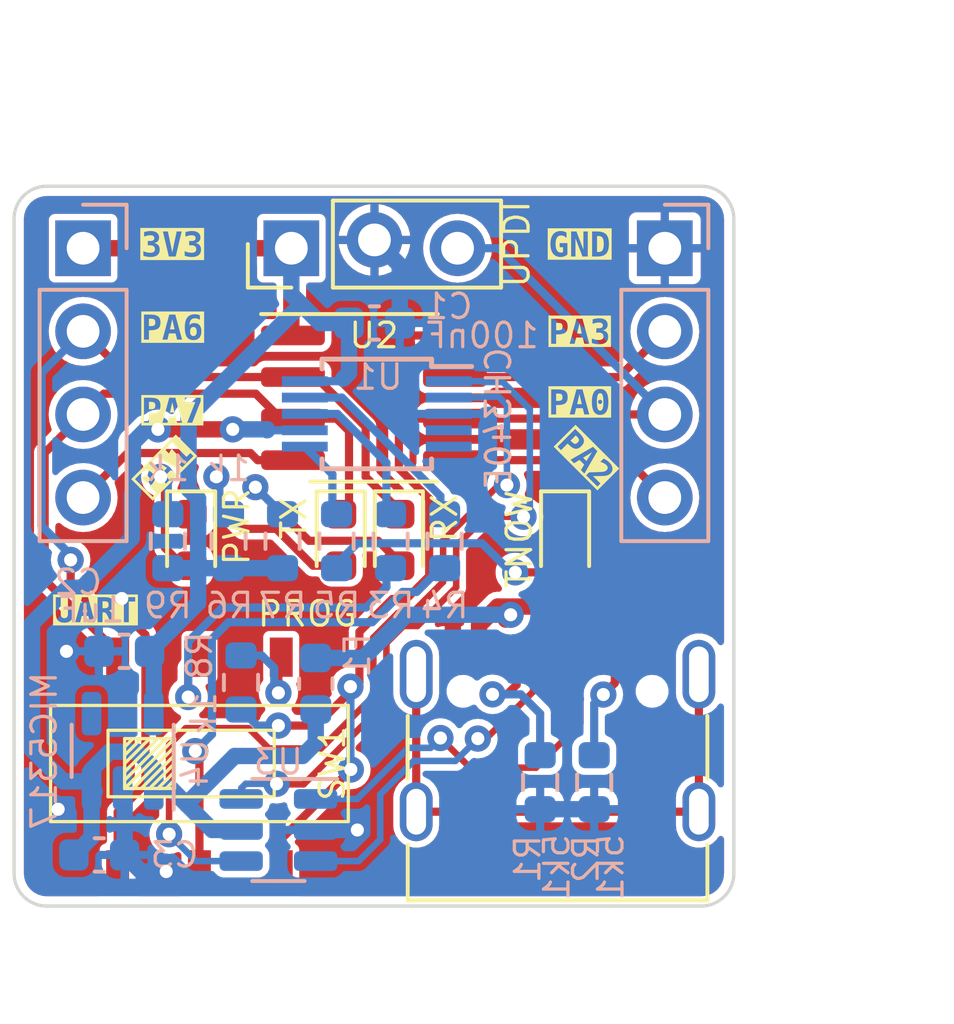
<source format=kicad_pcb>
(kicad_pcb (version 20221018) (generator pcbnew)
  (title_block (title "ATTiny412 Breakout") (date "2024-07-11") (rev "1.0"))
  (layers (0 "F.Cu" signal) (31 "B.Cu" signal) (34 "B.Paste" user) (35 "F.Paste" user) (36 "B.SilkS" user "B.Silkscreen") (37 "F.SilkS" user "F.Silkscreen") (38 "B.Mask" user) (39 "F.Mask" user) (44 "Edge.Cuts" user))
  (net 0 "")
  (net 1 "+3V3")
  (net 2 "GND")
  (net 3 "VBUS")
  (net 4 "Net-(D1-A)")
  (net 5 "Net-(D2-A)")
  (net 6 "TXO")
  (net 7 "Net-(D3-A)")
  (net 8 "RXI")
  (net 9 "Net-(D4-A)")
  (net 10 "Net-(F1-Pad1)")
  (net 11 "Net-(J1-CC1)")
  (net 12 "D+")
  (net 13 "D-")
  (net 15 "Net-(J1-CC2)")
  (net 17 "GND1")
  (net 18 "PA1")
  (net 19 "PA3")
  (net 20 "UPDI")
  (net 21 "PA2")
  (net 22 "Net-(U1-TXD)")
  (net 23 "Net-(SW1A-B)")
  (net 24 "Net-(SW1B-B)")
  (net 25 "Net-(U1-RXD)")
  (net 26 "Net-(U1-TNOW)")
  (net 27 "Net-(SW1A-C)")
  (net 28 "UD+")
  (net 29 "UD-")
  (footprint "ELonginus:SMD DPDT Toggle SS-3235S-L1" (layer "F.Cu") (at 143.256 107.696)
    (fp_text reference "SW1" (at 4.064 0 90 unlocked) (layer "F.SilkS") (effects (font (size 0.75 0.75) (thickness 0.1) bold)))
    (fp_text value "PROG" (at 3.302 -4.572 unlocked) (layer "F.SilkS" knockout) (effects (font (size 0.75 0.75) (thickness 0.1) bold)))
    (pad "1" smd rect (at -2.5 -3.25) (size 0.7 1.2) (layers "F.Cu" "F.Paste" "F.Mask") (net 8 "RXI"))
    (pad "2" smd rect (at 0 -3.25) (size 0.7 1.2) (layers "F.Cu" "F.Paste" "F.Mask") (net 23 "Net-(SW1A-B)"))
    (pad "3" smd rect (at 2.5 -3.25) (size 0.7 1.2) (layers "F.Cu" "F.Paste" "F.Mask") (net 27 "Net-(SW1A-C)"))
    (pad "4" smd rect (at -2.5 3.25) (size 0.7 1.2) (layers "F.Cu" "F.Paste" "F.Mask") (net 6 "TXO"))
    (pad "5" smd rect (at 0 3.25) (size 0.7 1.2) (layers "F.Cu" "F.Paste" "F.Mask") (net 24 "Net-(SW1B-B)"))
    (pad "6" smd rect (at 2.5 3.25) (size 0.7 1.2) (layers "F.Cu" "F.Paste" "F.Mask") (net 20 "UPDI"))
  )
  (footprint "LED_SMD:LED_0603_1608Metric" (layer "F.Cu") (at 149.352 100.8635 -90)
    (fp_text reference "D3" hide)
    (fp_text value "RX" (at -0.6605 -1.397 90) (layer "F.SilkS" knockout) (effects (font (size 0.75 0.75) (thickness 0.1) bold)))
    (pad "1" smd roundrect (at -0.7875 0 270) (size 0.875 0.95) (layers "F.Cu" "F.Paste" "F.Mask") (net 6 "TXO"))
    (pad "2" smd roundrect (at 0.7875 0 270) (size 0.875 0.95) (layers "F.Cu" "F.Paste" "F.Mask") (net 7 "Net-(D3-A)"))
  )
  (footprint "LED_SMD:LED_0603_1608Metric" (layer "F.Cu") (at 154.432 100.8635 -90)
    (fp_text reference "D2" hide)
    (fp_text value "TNOW" (at -0.0255 1.397 90) (layer "F.SilkS" knockout) (effects (font (size 0.75 0.75) (thickness 0.1) bold)))
    (pad "1" smd roundrect (at -0.7875 0 270) (size 0.875 0.95) (layers "F.Cu" "F.Paste" "F.Mask") (net 2 "GND"))
    (pad "2" smd roundrect (at 0.7875 0 270) (size 0.875 0.95) (layers "F.Cu" "F.Paste" "F.Mask") (net 5 "Net-(D2-A)"))
  )
  (footprint "LED_SMD:LED_0603_1608Metric" (layer "F.Cu") (at 147.574 100.8635 -90)
    (fp_text reference "D4" hide)
    (fp_text value " TX " (at -0.6605 1.43 90) (layer "F.SilkS" knockout) (effects (font (size 0.75 0.75) (thickness 0.1) bold)))
    (pad "1" smd roundrect (at -0.7875 0 270) (size 0.875 0.95) (layers "F.Cu" "F.Paste" "F.Mask") (net 8 "RXI"))
    (pad "2" smd roundrect (at 0.7875 0 270) (size 0.875 0.95) (layers "F.Cu" "F.Paste" "F.Mask") (net 9 "Net-(D4-A)"))
  )
  (footprint "ELonginus:1x3_2.54mm_pin_staggered" (layer "F.Cu") (at 146.065 91.821 90)
    (fp_text reference "J4" hide)
    (fp_text value "UPDI" (at 0 6.8938 90) (layer "F.SilkS" knockout) (effects (font (size 0.75 0.75) (thickness 0.1) bold)))
    (pad "1" thru_hole rect (at -0.127 0 90) (size 1.7 1.7) (drill 1) (layers "*.Cu" "*.Mask") (net 1 "+3V3"))
    (pad "2" thru_hole oval (at 0.127 2.54 90) (size 1.7 1.7) (drill 1) (layers "*.Cu" "*.Mask") (net 2 "GND"))
    (pad "3" thru_hole oval (at -0.127 5.08 90) (size 1.7 1.7) (drill 1) (layers "*.Cu" "*.Mask") (net 20 "UPDI"))
  )
  (footprint "Package_SO:SOIC-8_3.9x4.9mm_P1.27mm" (layer "F.Cu") (at 148.59 96.52)
    (fp_text reference "U2" (at 0 -1.905) (layer "F.SilkS") (effects (font (size 0.75 0.75) (thickness 0.1) bold)))
    (fp_text value "ATtiny412-SS" hide)
    (pad "1" smd roundrect (at -2.475 -1.905) (size 1.95 0.6) (layers "F.Cu" "F.Paste" "F.Mask") (net 1 "+3V3"))
    (pad "2" smd roundrect (at -2.475 -0.635) (size 1.95 0.6) (layers "F.Cu" "F.Paste" "F.Mask") (net 6 "TXO"))
    (pad "3" smd roundrect (at -2.475 0.635) (size 1.95 0.6) (layers "F.Cu" "F.Paste" "F.Mask") (net 8 "RXI"))
    (pad "4" smd roundrect (at -2.475 1.905) (size 1.95 0.6) (layers "F.Cu" "F.Paste" "F.Mask") (net 18 "PA1"))
    (pad "5" smd roundrect (at 2.475 1.905) (size 1.95 0.6) (layers "F.Cu" "F.Paste" "F.Mask") (net 21 "PA2"))
    (pad "6" smd roundrect (at 2.475 0.635) (size 1.95 0.6) (layers "F.Cu" "F.Paste" "F.Mask") (net 20 "UPDI"))
    (pad "7" smd roundrect (at 2.475 -0.635) (size 1.95 0.6) (layers "F.Cu" "F.Paste" "F.Mask") (net 19 "PA3"))
    (pad "8" smd roundrect (at 2.475 -1.905) (size 1.95 0.6) (layers "F.Cu" "F.Paste" "F.Mask") (net 2 "GND"))
  )
  (footprint "LED_SMD:LED_0603_1608Metric" (layer "F.Cu") (at 143.002 100.8635 -90)
    (fp_text reference "D1" hide)
    (fp_text value "PWR" (at -0.4065 -1.397 90) (layer "F.SilkS" knockout) (effects (font (size 0.75 0.75) (thickness 0.1) bold)))
    (pad "1" smd roundrect (at -0.7875 0 270) (size 0.875 0.95) (layers "F.Cu" "F.Paste" "F.Mask") (net 2 "GND"))
    (pad "2" smd roundrect (at 0.7875 0 270) (size 0.875 0.95) (layers "F.Cu" "F.Paste" "F.Mask") (net 4 "Net-(D1-A)"))
  )
  (footprint "Connector_USB:USB_C_Receptacle_G-Switch_GT-USB-7010ASV" (layer "F.Cu") (at 154.2016 108.093694)
    (fp_text reference "J1" hide)
    (fp_text value "USB_C_Receptacle_USB2.0" hide)
    (pad "" np_thru_hole circle (at -2.89 -2.605) (size 0.65 0.65) (drill 0.65) (layers "*.Cu" "*.Mask"))
    (pad "" np_thru_hole circle (at 2.89 -2.605) (size 0.65 0.65) (drill 0.65) (layers "*.Cu" "*.Mask"))
    (pad "A1" smd rect (at -3.2 -3.725) (size 0.6 1.24) (layers "F.Cu" "F.Paste" "F.Mask") (net 2 "GND"))
    (pad "A4" smd rect (at -2.4 -3.725) (size 0.6 1.24) (layers "F.Cu" "F.Paste" "F.Mask") (net 10 "Net-(F1-Pad1)"))
    (pad "A5" smd rect (at -1.25 -3.725) (size 0.3 1.24) (layers "F.Cu" "F.Paste" "F.Mask") (net 11 "Net-(J1-CC1)"))
    (pad "A6" smd rect (at -0.25 -3.725) (size 0.3 1.24) (layers "F.Cu" "F.Paste" "F.Mask") (net 12 "D+"))
    (pad "A7" smd rect (at 0.25 -3.725) (size 0.3 1.24) (layers "F.Cu" "F.Paste" "F.Mask") (net 13 "D-"))
    (pad "A8" smd rect (at 1.25 -3.725) (size 0.3 1.24) (layers "F.Cu" "F.Paste" "F.Mask"))
    (pad "A9" smd rect (at 2.4 -3.725) (size 0.6 1.24) (layers "F.Cu" "F.Paste" "F.Mask") (net 10 "Net-(F1-Pad1)"))
    (pad "A12" smd rect (at 3.2 -3.725) (size 0.6 1.24) (layers "F.Cu" "F.Paste" "F.Mask") (net 2 "GND"))
    (pad "B1" smd rect (at 3.2 -3.725) (size 0.6 1.24) (layers "F.Cu" "F.Paste" "F.Mask") (net 2 "GND"))
    (pad "B4" smd rect (at 2.4 -3.725) (size 0.6 1.24) (layers "F.Cu" "F.Paste" "F.Mask") (net 10 "Net-(F1-Pad1)"))
    (pad "B5" smd rect (at 1.75 -3.725) (size 0.3 1.24) (layers "F.Cu" "F.Paste" "F.Mask") (net 15 "Net-(J1-CC2)"))
    (pad "B6" smd rect (at 0.75 -3.725) (size 0.3 1.24) (layers "F.Cu" "F.Paste" "F.Mask") (net 12 "D+"))
    (pad "B7" smd rect (at -0.75 -3.725) (size 0.3 1.24) (layers "F.Cu" "F.Paste" "F.Mask") (net 13 "D-"))
    (pad "B8" smd rect (at -1.75 -3.725) (size 0.3 1.24) (layers "F.Cu" "F.Paste" "F.Mask"))
    (pad "B9" smd rect (at -2.4 -3.725) (size 0.6 1.24) (layers "F.Cu" "F.Paste" "F.Mask") (net 10 "Net-(F1-Pad1)"))
    (pad "B12" smd rect (at -3.2 -3.725) (size 0.6 1.24) (layers "F.Cu" "F.Paste" "F.Mask") (net 2 "GND"))
    (pad "S1" thru_hole oval (at -4.32 -3.125) (size 1 2.1) (drill oval 0.6 1.7) (layers "*.Cu" "*.Mask") (net 17 "GND1"))
    (pad "S1" thru_hole oval (at -4.32 1.075) (size 1 1.8) (drill oval 0.6 1.4) (layers "*.Cu" "*.Mask") (net 17 "GND1"))
    (pad "S1" thru_hole oval (at 4.32 -3.125) (size 1 2.1) (drill oval 0.6 1.7) (layers "*.Cu" "*.Mask") (net 17 "GND1"))
    (pad "S1" thru_hole oval (at 4.32 1.075) (size 1 1.8) (drill oval 0.6 1.4) (layers "*.Cu" "*.Mask") (net 17 "GND1"))
  )
  (footprint "Resistor_SMD:R_0603_1608Metric" (layer "B.Cu") (at 142.2908 100.901 90)
    (fp_text reference "R9" (at -1.969 0 180) (layer "B.SilkS") (effects (font (size 0.75 0.75) (thickness 0.1) bold) (justify mirror)))
    (fp_text value "1k" (at 2.222 0 180) (layer "B.SilkS") (effects (font (size 0.75 0.75) (thickness 0.1) bold) (justify mirror)))
    (pad "1" smd roundrect (at -0.825 0 90) (size 0.8 0.95) (layers "B.Cu" "B.Paste" "B.Mask") (net 1 "+3V3"))
    (pad "2" smd roundrect (at 0.825 0 90) (size 0.8 0.95) (layers "B.Cu" "B.Paste" "B.Mask") (net 4 "Net-(D1-A)"))
  )
  (footprint "Fuse:Fuse_0603_1608Metric" (layer "B.Cu") (at 146.812 105.2575 -90)
    (fp_text reference "F1" (at -0.8635 -1.27 90) (layer "B.SilkS") (effects (font (size 0.75 0.75) (thickness 0.1) bold) (justify mirror)))
    (fp_text value "Fuse" hide)
    (pad "1" smd roundrect (at -0.7875 0 270) (size 0.875 0.95) (layers "B.Cu" "B.Paste" "B.Mask") (net 10 "Net-(F1-Pad1)"))
    (pad "2" smd roundrect (at 0.7875 0 270) (size 0.875 0.95) (layers "B.Cu" "B.Paste" "B.Mask") (net 3 "VBUS"))
  )
  (footprint "Resistor_SMD:R_0603_1608Metric" (layer "B.Cu") (at 144.145 100.901 -90)
    (fp_text reference "R6" (at 1.969 -0.0254 -180) (layer "B.SilkS") (effects (font (size 0.75 0.75) (thickness 0.1) bold) (justify mirror)))
    (fp_text value "1k" (at -2.222 0 -180) (layer "B.SilkS") (effects (font (size 0.75 0.75) (thickness 0.1) bold) (justify mirror)))
    (pad "1" smd roundrect (at -0.825 0 270) (size 0.8 0.95) (layers "B.Cu" "B.Paste" "B.Mask") (net 9 "Net-(D4-A)"))
    (pad "2" smd roundrect (at 0.825 0 270) (size 0.8 0.95) (layers "B.Cu" "B.Paste" "B.Mask") (net 1 "+3V3"))
  )
  (footprint "Resistor_SMD:R_0603_1608Metric" (layer "B.Cu") (at 149.098 100.901 -90)
    (fp_text reference "R3" (at 1.969 0 -180) (layer "B.SilkS") (effects (font (size 0.75 0.75) (thickness 0.1) bold) (justify mirror)))
    (fp_text value "1k" hide)
    (pad "1" smd roundrect (at -0.825 0 270) (size 0.8 0.95) (layers "B.Cu" "B.Paste" "B.Mask") (net 22 "Net-(U1-TXD)"))
    (pad "2" smd roundrect (at 0.825 0 270) (size 0.8 0.95) (layers "B.Cu" "B.Paste" "B.Mask") (net 23 "Net-(SW1A-B)"))
  )
  (footprint "Capacitor_SMD:C_0603_1608Metric" (layer "B.Cu") (at 140.957 104.267 180)
    (fp_text reference "C2" (at 1.4094 2.1082) (layer "B.SilkS") (effects (font (size 0.75 0.75) (thickness 0.1) bold) (justify mirror)))
    (fp_text value "1uF" (at 1.003 1.27) (layer "B.SilkS") (effects (font (size 0.75 0.75) (thickness 0.1) bold) (justify mirror)))
    (pad "1" smd roundrect (at -0.775 0 180) (size 0.9 0.95) (layers "B.Cu" "B.Paste" "B.Mask") (net 1 "+3V3"))
    (pad "2" smd roundrect (at 0.775 0 180) (size 0.9 0.95) (layers "B.Cu" "B.Paste" "B.Mask") (net 2 "GND"))
  )
  (footprint "Resistor_SMD:R_0603_1608Metric" (layer "B.Cu") (at 144.526 105.22 -90)
    (fp_text reference "R8" (at -0.826 1.27 90) (layer "B.SilkS") (effects (font (size 0.75 0.75) (thickness 0.1) bold) (justify mirror)))
    (fp_text value "1k" (at 0.952 1.143 90) (layer "B.SilkS") (effects (font (size 0.75 0.75) (thickness 0.1) bold) (justify mirror)))
    (pad "1" smd roundrect (at -0.825 0 270) (size 0.8 0.95) (layers "B.Cu" "B.Paste" "B.Mask") (net 27 "Net-(SW1A-C)"))
    (pad "2" smd roundrect (at 0.825 0 270) (size 0.8 0.95) (layers "B.Cu" "B.Paste" "B.Mask") (net 20 "UPDI"))
  )
  (footprint "Package_SO:MSOP-10_3x3mm_P0.5mm" (layer "B.Cu") (at 148.676 97.012 180)
    (fp_text reference "U1" (at -0.041 1.127) (layer "B.SilkS") (effects (font (size 0.75 0.75) (thickness 0.1) bold) (justify mirror)))
    (fp_text value "CH340E" (at -3.724 -0.143 90) (layer "B.SilkS") (effects (font (size 0.75 0.75) (thickness 0.1) bold) (justify mirror)))
    (pad "1" smd rect (at -2.2 1 180) (size 1.4 0.3) (layers "B.Cu" "B.Paste" "B.Mask") (net 28 "UD+"))
    (pad "2" smd rect (at -2.2 0.5 180) (size 1.4 0.3) (layers "B.Cu" "B.Paste" "B.Mask") (net 29 "UD-"))
    (pad "3" smd rect (at -2.2 0 180) (size 1.4 0.3) (layers "B.Cu" "B.Paste" "B.Mask") (net 2 "GND"))
    (pad "4" smd rect (at -2.2 -0.5 180) (size 1.4 0.3) (layers "B.Cu" "B.Paste" "B.Mask"))
    (pad "5" smd rect (at -2.2 -1 180) (size 1.4 0.3) (layers "B.Cu" "B.Paste" "B.Mask"))
    (pad "6" smd rect (at 2.2 -1 180) (size 1.4 0.3) (layers "B.Cu" "B.Paste" "B.Mask") (net 26 "Net-(U1-TNOW)"))
    (pad "7" smd rect (at 2.2 -0.5 180) (size 1.4 0.3) (layers "B.Cu" "B.Paste" "B.Mask") (net 3 "VBUS"))
    (pad "8" smd rect (at 2.2 0 180) (size 1.4 0.3) (layers "B.Cu" "B.Paste" "B.Mask") (net 22 "Net-(U1-TXD)"))
    (pad "9" smd rect (at 2.2 0.5 180) (size 1.4 0.3) (layers "B.Cu" "B.Paste" "B.Mask") (net 25 "Net-(U1-RXD)"))
    (pad "10" smd rect (at 2.2 1 180) (size 1.4 0.3) (layers "B.Cu" "B.Paste" "B.Mask") (net 1 "+3V3"))
  )
  (footprint "Connector_PinHeader_2.54mm:PinHeader_1x04_P2.54mm_Vertical" (layer "B.Cu") (at 139.7 91.948 180)
    (fp_text reference "J2" hide)
    (fp_text value "Conn_01x04_Pin" hide)
    (pad "1" thru_hole rect (at 0 0 180) (size 1.7 1.7) (drill 1) (layers "*.Cu" "*.Mask") (net 1 "+3V3"))
    (pad "2" thru_hole oval (at 0 -2.54 180) (size 1.7 1.7) (drill 1) (layers "*.Cu" "*.Mask") (net 6 "TXO"))
    (pad "3" thru_hole oval (at 0 -5.08 180) (size 1.7 1.7) (drill 1) (layers "*.Cu" "*.Mask") (net 8 "RXI"))
    (pad "4" thru_hole oval (at 0 -7.62 180) (size 1.7 1.7) (drill 1) (layers "*.Cu" "*.Mask") (net 18 "PA1"))
  )
  (footprint "Resistor_SMD:R_0603_1608Metric" (layer "B.Cu") (at 155.321 108.267 -90)
    (fp_text reference "R2" (at 2.35 0.254 90) (layer "B.SilkS") (effects (font (size 0.75 0.75) (thickness 0.1) bold) (justify mirror)))
    (fp_text value "5k1" (at 2.604 -0.508 90) (layer "B.SilkS") (effects (font (size 0.75 0.75) (thickness 0.1) bold) (justify mirror)))
    (pad "1" smd roundrect (at -0.825 0 270) (size 0.8 0.95) (layers "B.Cu" "B.Paste" "B.Mask") (net 15 "Net-(J1-CC2)"))
    (pad "2" smd roundrect (at 0.825 0 270) (size 0.8 0.95) (layers "B.Cu" "B.Paste" "B.Mask") (net 2 "GND"))
  )
  (footprint "Resistor_SMD:R_0603_1608Metric" (layer "B.Cu") (at 150.749 100.901 90)
    (fp_text reference "R4" (at -1.969 0 180) (layer "B.SilkS") (effects (font (size 0.75 0.75) (thickness 0.1) bold) (justify mirror)))
    (fp_text value "1k" hide)
    (pad "1" smd roundrect (at -0.825 0 90) (size 0.8 0.95) (layers "B.Cu" "B.Paste" "B.Mask") (net 24 "Net-(SW1B-B)"))
    (pad "2" smd roundrect (at 0.825 0 90) (size 0.8 0.95) (layers "B.Cu" "B.Paste" "B.Mask") (net 25 "Net-(U1-RXD)"))
  )
  (footprint "Connector_PinHeader_2.54mm:PinHeader_1x04_P2.54mm_Vertical" (layer "B.Cu") (at 157.48 91.948 180)
    (fp_text reference "J3" hide)
    (fp_text value "Conn_01x04_Pin" hide)
    (pad "1" thru_hole rect (at 0 0 180) (size 1.7 1.7) (drill 1) (layers "*.Cu" "*.Mask") (net 2 "GND"))
    (pad "2" thru_hole oval (at 0 -2.54 180) (size 1.7 1.7) (drill 1) (layers "*.Cu" "*.Mask") (net 19 "PA3"))
    (pad "3" thru_hole oval (at 0 -5.08 180) (size 1.7 1.7) (drill 1) (layers "*.Cu" "*.Mask") (net 20 "UPDI"))
    (pad "4" thru_hole oval (at 0 -7.62 180) (size 1.7 1.7) (drill 1) (layers "*.Cu" "*.Mask") (net 21 "PA2"))
  )
  (footprint "Capacitor_SMD:C_0603_1608Metric" (layer "B.Cu") (at 140.195 110.49 180)
    (fp_text reference "C3" (at -2.299 0) (layer "B.SilkS") (effects (font (size 0.75 0.75) (thickness 0.1) bold) (justify mirror)))
    (fp_text value "100nF" hide)
    (pad "1" smd roundrect (at -0.775 0 180) (size 0.9 0.95) (layers "B.Cu" "B.Paste" "B.Mask") (net 2 "GND"))
    (pad "2" smd roundrect (at 0.775 0 180) (size 0.9 0.95) (layers "B.Cu" "B.Paste" "B.Mask") (net 3 "VBUS"))
  )
  (footprint "Package_TO_SOT_SMD:SOT-23-6" (layer "B.Cu") (at 145.669 109.728 180)
    (fp_text reference "U3" (at 0 2.0828) (layer "B.SilkS") (effects (font (size 0.75 0.75) (thickness 0.1) bold) (justify mirror)))
    (fp_text value "USBLC6-2SC6" hide)
    (pad "1" smd roundrect (at -1.1375 0.95 180) (size 1.325 0.6) (layers "B.Cu" "B.Paste" "B.Mask") (net 12 "D+"))
    (pad "2" smd roundrect (at -1.1375 0 180) (size 1.325 0.6) (layers "B.Cu" "B.Paste" "B.Mask") (net 2 "GND"))
    (pad "3" smd roundrect (at -1.1375 -0.95 180) (size 1.325 0.6) (layers "B.Cu" "B.Paste" "B.Mask") (net 13 "D-"))
    (pad "4" smd roundrect (at 1.1375 -0.95 180) (size 1.325 0.6) (layers "B.Cu" "B.Paste" "B.Mask") (net 29 "UD-"))
    (pad "5" smd roundrect (at 1.1375 0 180) (size 1.325 0.6) (layers "B.Cu" "B.Paste" "B.Mask") (net 3 "VBUS"))
    (pad "6" smd roundrect (at 1.1375 0.95 180) (size 1.325 0.6) (layers "B.Cu" "B.Paste" "B.Mask") (net 28 "UD+"))
  )
  (footprint "Resistor_SMD:R_0603_1608Metric" (layer "B.Cu") (at 153.67 108.267 -90)
    (fp_text reference "R1" (at 2.35 0.381 90) (layer "B.SilkS") (effects (font (size 0.75 0.75) (thickness 0.1) bold) (justify mirror)))
    (fp_text value "5k1" (at 2.604 -0.508 90) (layer "B.SilkS") (effects (font (size 0.75 0.75) (thickness 0.1) bold) (justify mirror)))
    (pad "1" smd roundrect (at -0.825 0 270) (size 0.8 0.95) (layers "B.Cu" "B.Paste" "B.Mask") (net 11 "Net-(J1-CC1)"))
    (pad "2" smd roundrect (at 0.825 0 270) (size 0.8 0.95) (layers "B.Cu" "B.Paste" "B.Mask") (net 2 "GND"))
  )
  (footprint "Package_TO_SOT_SMD:SOT-23-5" (layer "B.Cu") (at 140.909 107.3095 90)
    (fp_text reference "U4" (at -0.3865 2.22 90) (layer "B.SilkS") (effects (font (size 0.75 0.75) (thickness 0.1) bold) (justify mirror)))
    (fp_text value "MIC5317" (at 0 -2.4 90) (layer "B.SilkS") (effects (font (size 0.75 0.75) (thickness 0.1) bold) (justify mirror)))
    (pad "1" smd roundrect (at -1.1375 0.95 90) (size 1.325 0.6) (layers "B.Cu" "B.Paste" "B.Mask") (net 3 "VBUS"))
    (pad "2" smd roundrect (at -1.1375 0 90) (size 1.325 0.6) (layers "B.Cu" "B.Paste" "B.Mask") (net 2 "GND"))
    (pad "3" smd roundrect (at -1.1375 -0.95 90) (size 1.325 0.6) (layers "B.Cu" "B.Paste" "B.Mask") (net 3 "VBUS"))
    (pad "4" smd roundrect (at 1.1375 -0.95 90) (size 1.325 0.6) (layers "B.Cu" "B.Paste" "B.Mask"))
    (pad "5" smd roundrect (at 1.1375 0.95 90) (size 1.325 0.6) (layers "B.Cu" "B.Paste" "B.Mask") (net 1 "+3V3"))
  )
  (footprint "Resistor_SMD:R_0603_1608Metric" (layer "B.Cu") (at 147.447 100.901 -90)
    (fp_text reference "R5" (at 1.969 0 -180) (layer "B.SilkS") (effects (font (size 0.75 0.75) (thickness 0.1) bold) (justify mirror)))
    (fp_text value "1k" hide)
    (pad "1" smd roundrect (at -0.825 0 270) (size 0.8 0.95) (layers "B.Cu" "B.Paste" "B.Mask") (net 26 "Net-(U1-TNOW)"))
    (pad "2" smd roundrect (at 0.825 0 270) (size 0.8 0.95) (layers "B.Cu" "B.Paste" "B.Mask") (net 5 "Net-(D2-A)"))
  )
  (footprint "Resistor_SMD:R_0603_1608Metric" (layer "B.Cu") (at 145.796 100.901 -90)
    (fp_text reference "R7" (at 1.969 0 -180) (layer "B.SilkS") (effects (font (size 0.75 0.75) (thickness 0.1) bold) (justify mirror)))
    (fp_text value "1k" hide)
    (pad "1" smd roundrect (at -0.825 0 270) (size 0.8 0.95) (layers "B.Cu" "B.Paste" "B.Mask") (net 7 "Net-(D3-A)"))
    (pad "2" smd roundrect (at 0.825 0 270) (size 0.8 0.95) (layers "B.Cu" "B.Paste" "B.Mask") (net 1 "+3V3"))
  )
  (footprint "Capacitor_SMD:C_0603_1608Metric" (layer "B.Cu") (at 148.603 94.234)
    (fp_text reference "C1" (at 2.273 -0.508) (layer "B.SilkS") (effects (font (size 0.75 0.75) (thickness 0.1) bold) (justify mirror)))
    (fp_text value "100nF" (at 3.289 0.381) (layer "B.SilkS") (effects (font (size 0.75 0.75) (thickness 0.1) bold) (justify mirror)))
    (pad "1" smd roundrect (at -0.775 0) (size 0.9 0.95) (layers "B.Cu" "B.Paste" "B.Mask") (net 1 "+3V3"))
    (pad "2" smd roundrect (at 0.775 0) (size 0.9 0.95) (layers "B.Cu" "B.Paste" "B.Mask") (net 2 "GND"))
  )
  (gr_line (start 158.59 112.052894) (end 138.59 112.052894) (stroke (width 0.1)) (layer "Edge.Cuts"))
  (gr_line (start 137.59 111.052894) (end 137.59 91.052894) (stroke (width 0.1)) (layer "Edge.Cuts"))
  (gr_arc (start 159.59 111.052894) (mid 159.297107 111.76) (end 158.59 112.052894) (stroke (width 0.1)) (layer "Edge.Cuts"))
  (gr_arc (start 137.59 91.052894) (mid 137.882893 90.345788) (end 138.59 90.052894) (stroke (width 0.1)) (layer "Edge.Cuts"))
  (gr_line (start 138.59 90.052894) (end 158.59 90.052894) (stroke (width 0.1)) (layer "Edge.Cuts"))
  (gr_arc (start 138.59 112.052894) (mid 137.882893 111.760001) (end 137.59 111.052894) (stroke (width 0.1)) (layer "Edge.Cuts"))
  (gr_line (start 159.59 91.052894) (end 159.59 111.052894) (stroke (width 0.1)) (layer "Edge.Cuts"))
  (gr_arc (start 158.59 90.052894) (mid 159.297106 90.345787) (end 159.59 91.052894) (stroke (width 0.1)) (layer "Edge.Cuts"))
  (gr_text "PA6" (at 141.478 94.869) (layer "F.SilkS" knockout) (effects (font (size 0.75 0.75) (thickness 0.15) bold) (justify left bottom)))
  (gr_text "PA2" (at 154.051 98.044 315) (layer "F.SilkS" knockout) (effects (font (size 0.75 0.75) (thickness 0.15) bold) (justify left bottom)))
  (gr_text "GND" (at 153.924 92.329) (layer "F.SilkS" knockout) (effects (font (size 0.75 0.75) (thickness 0.15) bold) (justify left bottom)))
  (gr_text "PA7" (at 141.478 97.409) (layer "F.SilkS" knockout) (effects (font (size 0.75 0.75) (thickness 0.15) bold) (justify left bottom)))
  (gr_text "PA3" (at 153.924 94.996) (layer "F.SilkS" knockout) (effects (font (size 0.75 0.75) (thickness 0.15) bold) (justify left bottom)))
  (gr_text "3V3" (at 141.478 92.329) (layer "F.SilkS" knockout) (effects (font (size 0.75 0.75) (thickness 0.1875) bold) (justify left bottom)))
  (gr_text "UART" (at 138.811 103.505) (layer "F.SilkS" knockout) (effects (font (size 0.75 0.75) (thickness 0.15) bold) (justify left bottom)))
  (gr_text "PA0" (at 153.924 97.155) (layer "F.SilkS" knockout) (effects (font (size 0.75 0.75) (thickness 0.15) bold) (justify left bottom)))
  (gr_text "PA1" (at 141.859 99.695 45) (layer "F.SilkS" knockout) (effects (font (size 0.75 0.75) (thickness 0.15) bold) (justify left bottom)))
  (segment (start 139.7 91.948) (end 146.065 91.948) (width 0.5) (layer "F.Cu") (net 1))
  (segment (start 146.065 94.565) (end 146.115 94.615) (width 0.5) (layer "F.Cu") (net 1))
  (segment (start 146.065 91.948) (end 146.065 94.565) (width 0.5) (layer "F.Cu") (net 1))
  (segment (start 146.939 94.234) (end 146.3675 93.6625) (width 0.5) (layer "B.Cu") (net 1))
  (segment (start 146.065 93.36) (end 146.065 91.948) (width 0.5) (layer "B.Cu") (net 1))
  (segment (start 146.476 96.012) (end 147.574 96.012) (width 0.25) (layer "B.Cu") (net 1))
  (segment (start 141.859 104.394) (end 141.732 104.267) (width 0.5) (layer "B.Cu") (net 1))
  (segment (start 146.3675 93.6625) (end 146.065 93.36) (width 0.5) (layer "B.Cu") (net 1))
  (segment (start 147.828 95.758) (end 147.649 95.937) (width 0.5) (layer "B.Cu") (net 1))
  (segment (start 147.574 96.012) (end 147.649 95.937) (width 0.25) (layer "B.Cu") (net 1))
  (segment (start 145.669 101.726) (end 144.018 101.726) (width 0.5) (layer "B.Cu") (net 1))
  (segment (start 141.859 106.172) (end 141.859 104.394) (width 0.5) (layer "B.Cu") (net 1))
  (segment (start 142.9235 97.1065) (end 146.3675 93.6625) (width 0.5) (layer "B.Cu") (net 1))
  (segment (start 144.145 101.726) (end 142.113 101.726) (width 0.5) (layer "B.Cu") (net 1))
  (segment (start 142.9235 99.314461) (end 142.9235 97.1065) (width 0.5) (layer "B.Cu") (net 1))
  (segment (start 143.2158 99.606761) (end 142.9235 99.314461) (width 0.5) (layer "B.Cu") (net 1))
  (segment (start 147.828 94.234) (end 146.939 94.234) (width 0.5) (layer "B.Cu") (net 1))
  (segment (start 143.2158 102.7832) (end 143.2158 99.606761) (width 0.5) (layer "B.Cu") (net 1))
  (segment (start 147.828 94.234) (end 147.828 95.758) (width 0.5) (layer "B.Cu") (net 1))
  (segment (start 141.732 104.267) (end 143.2158 102.7832) (width 0.5) (layer "B.Cu") (net 1))
  (segment (start 152.058 101.501918) (end 152.555918 101.004) (width 0.5) (layer "F.Cu") (net 2))
  (segment (start 151.0016 104.368694) (end 151.0016 103.189922) (width 0.5) (layer "F.Cu") (net 2))
  (segment (start 151.0016 104.368694) (end 150.915 104.282094) (width 0.5) (layer "F.Cu") (net 2))
  (segment (start 157.4016 102.2836) (end 157.4016 104.368694) (width 0.5) (layer "F.Cu") (net 2))
  (segment (start 152.555918 101.004) (end 153.514582 101.004) (width 0.5) (layer "F.Cu") (net 2))
  (segment (start 152.058 102.133522) (end 152.058 101.501918) (width 0.5) (layer "F.Cu") (net 2))
  (segment (start 153.514582 101.004) (end 154.432 100.086582) (width 0.5) (layer "F.Cu") (net 2))
  (segment (start 155.194 100.076) (end 157.4016 102.2836) (width 0.5) (layer "F.Cu") (net 2))
  (segment (start 151.0016 103.189922) (end 152.058 102.133522) (width 0.5) (layer "F.Cu") (net 2))
  (segment (start 154.432 100.076) (end 155.194 100.076) (width 0.5) (layer "F.Cu") (net 2))
  (segment (start 154.432 100.086582) (end 154.432 100.076) (width 0.5) (layer "F.Cu") (net 2))
  (via (at 140.8825 102.6535) (size 0.8) (drill 0.4) (layers "F.Cu" "B.Cu") (net 2))
  (via (at 139.192 104.267) (size 0.8) (drill 0.4) (layers "F.Cu" "B.Cu") (net 2))
  (via (at 148.082 109.728) (size 0.8) (drill 0.4) (layers "F.Cu" "B.Cu") (net 2))
  (via (at 138.938 109.093) (size 0.8) (drill 0.4) (layers "F.Cu" "B.Cu") (net 2))
  (via (at 142.24 110.998) (size 0.8) (drill 0.4) (layers "F.Cu" "B.Cu") (net 2))
  (segment (start 149.378 94.234) (end 149.378 92.467) (width 0.5) (layer "B.Cu") (net 2))
  (segment (start 140.97 108.508) (end 140.909 108.447) (width 0.5) (layer "B.Cu") (net 2))
  (segment (start 140.97 110.49) (end 140.97 108.508) (width 0.5) (layer "B.Cu") (net 2))
  (segment (start 149.378 92.467) (end 148.605 91.694) (width 0.5) (layer "B.Cu") (net 2))
  (segment (start 142.24 110.998) (end 141.478 110.998) (width 0.5) (layer "B.Cu") (net 2))
  (segment (start 146.8065 109.728) (end 148.082 109.728) (width 0.5) (layer "B.Cu") (net 2))
  (segment (start 141.478 110.998) (end 140.97 110.49) (width 0.5) (layer "B.Cu") (net 2))
  (segment (start 153.67 109.092) (end 155.321 109.092) (width 0.5) (layer "B.Cu") (net 2))
  (segment (start 141.986 97.4835) (end 144.272 97.4835) (width 0.5) (layer "F.Cu") (net 3))
  (via (at 144.272 97.4835) (size 0.8) (drill 0.4) (layers "F.Cu" "B.Cu") (net 3))
  (via (at 141.986 97.4835) (size 0.8) (drill 0.4) (layers "F.Cu" "B.Cu") (net 3))
  (segment (start 143.648 109.728) (end 142.8805 108.9605) (width 0.5) (layer "B.Cu") (net 3))
  (segment (start 146.476 97.512) (end 145.326 97.512) (width 0.25) (layer "B.Cu") (net 3))
  (segment (start 146.407976 107.465024) (end 144.333448 107.465024) (width 0.5) (layer "B.Cu") (net 3))
  (segment (start 138.14 107.279) (end 138.14 103.414) (width 0.5) (layer "B.Cu") (net 3))
  (segment (start 145.326 97.4835) (end 145.326 97.512) (width 0.5) (layer "B.Cu") (net 3))
  (segment (start 141.188 100.806082) (end 141.188 99.477) (width 0.5) (layer "B.Cu") (net 3))
  (segment (start 141.859 108.447) (end 141.859 107.8345) (width 0.5) (layer "B.Cu") (net 3))
  (segment (start 144.333448 107.465024) (end 142.8805 108.917972) (width 0.5) (layer "B.Cu") (net 3))
  (segment (start 139.959 109.951) (end 139.42 110.49) (width 0.5) (layer "B.Cu") (net 3))
  (segment (start 139.959 108.447) (end 139.755 108.243) (width 0.5) (layer "B.Cu") (net 3))
  (segment (start 141.188 99.477) (end 141.224 99.441) (width 0.5) (layer "B.Cu") (net 3))
  (segment (start 139.959 108.447) (end 139.959 109.951) (width 0.5) (layer "B.Cu") (net 3))
  (segment (start 139.671082 102.323) (end 141.188 100.806082) (width 0.5) (layer "B.Cu") (net 3))
  (segment (start 141.359 107.3345) (end 140.510472 107.3345) (width 0.5) (layer "B.Cu") (net 3))
  (segment (start 138.14 103.414) (end 139.231 102.323) (width 0.5) (layer "B.Cu") (net 3))
  (segment (start 140.055 108.543) (end 139.959 108.447) (width 0.5) (layer "B.Cu") (net 3))
  (segment (start 144.272 97.4835) (end 145.326 97.4835) (width 0.5) (layer "B.Cu") (net 3))
  (segment (start 139.104 108.243) (end 138.14 107.279) (width 0.5) (layer "B.Cu") (net 3))
  (segment (start 146.812 107.061) (end 146.407976 107.465024) (width 0.5) (layer "B.Cu") (net 3))
  (segment (start 139.755 108.243) (end 139.104 108.243) (width 0.5) (layer "B.Cu") (net 3))
  (segment (start 139.959 107.885972) (end 139.959 108.447) (width 0.5) (layer "B.Cu") (net 3))
  (segment (start 144.5315 109.728) (end 143.648 109.728) (width 0.5) (layer "B.Cu") (net 3))
  (segment (start 141.6321 97.4835) (end 141.986 97.4835) (width 0.5) (layer "B.Cu") (net 3))
  (segment (start 142.8805 108.9605) (end 142.367 108.447) (width 0.5) (layer "B.Cu") (net 3))
  (segment (start 139.231 102.323) (end 139.671082 102.323) (width 0.5) (layer "B.Cu") (net 3))
  (segment (start 141.224 97.8916) (end 141.6321 97.4835) (width 0.5) (layer "B.Cu") (net 3))
  (segment (start 142.8805 108.917972) (end 142.8805 108.9605) (width 0.5) (layer "B.Cu") (net 3))
  (segment (start 146.812 106.045) (end 146.812 107.061) (width 0.5) (layer "B.Cu") (net 3))
  (segment (start 141.859 108.447) (end 142.367 108.447) (width 0.5) (layer "B.Cu") (net 3))
  (segment (start 140.510472 107.3345) (end 139.959 107.885972) (width 0.5) (layer "B.Cu") (net 3))
  (segment (start 141.859 107.8345) (end 141.359 107.3345) (width 0.5) (layer "B.Cu") (net 3))
  (segment (start 141.224 99.441) (end 141.224 97.8916) (width 0.5) (layer "B.Cu") (net 3))
  (segment (start 142.24 98.933) (end 142.202 98.971) (width 0.25) (layer "F.Cu") (net 4))
  (segment (start 142.202 98.971) (end 142.202 101.105) (width 0.25) (layer "F.Cu") (net 4))
  (segment (start 142.202 101.105) (end 143.002 101.905) (width 0.25) (layer "F.Cu") (net 4))
  (via (at 142.0735 98.9325) (size 0.8) (drill 0.4) (layers "F.Cu" "B.Cu") (net 4))
  (segment (start 142.2908 100.076) (end 142.2908 99.1498) (width 0.25) (layer "B.Cu") (net 4))
  (segment (start 142.2908 99.1498) (end 142.0735 98.9325) (width 0.25) (layer "B.Cu") (net 4))
  (segment (start 154.381 101.854) (end 154.432 101.905) (width 0.25) (layer "F.Cu") (net 5))
  (segment (start 152.908 101.854) (end 154.381 101.854) (width 0.25) (layer "F.Cu") (net 5))
  (via (at 152.908 101.854) (size 0.8) (drill 0.4) (layers "F.Cu" "B.Cu") (net 5))
  (segment (start 151.892 100.965) (end 152.781 101.854) (width 0.25) (layer "B.Cu") (net 5))
  (segment (start 152.781 101.854) (end 152.908 101.854) (width 0.25) (layer "B.Cu") (net 5))
  (segment (start 148.081 100.965) (end 151.892 100.965) (width 0.25) (layer "B.Cu") (net 5))
  (segment (start 147.32 101.726) (end 148.081 100.965) (width 0.25) (layer "B.Cu") (net 5))
  (segment (start 148.336 98.933) (end 148.336 97.407604) (width 0.25) (layer "F.Cu") (net 6))
  (segment (start 140.462 103.378) (end 139.573 102.489) (width 0.25) (layer "F.Cu") (net 6))
  (segment (start 141.224 103.378) (end 141.605 103.759) (width 0.25) (layer "F.Cu") (net 6))
  (segment (start 141.605 108.331) (end 140.756 109.18) (width 0.25) (layer "F.Cu") (net 6))
  (segment (start 141.605 103.759) (end 141.605 108.331) (width 0.25) (layer "F.Cu") (net 6))
  (segment (start 149.479 100.076) (end 148.336 98.933) (width 0.25) (layer "F.Cu") (net 6))
  (segment (start 139.573 102.489) (end 139.319 102.235) (width 0.25) (layer "F.Cu") (net 6))
  (segment (start 140.756 109.18) (end 140.756 110.946) (width 0.25) (layer "F.Cu") (net 6))
  (segment (start 139.319 102.235) (end 139.319 101.473) (width 0.25) (layer "F.Cu") (net 6))
  (segment (start 146.813396 95.885) (end 146.115 95.885) (width 0.25) (layer "F.Cu") (net 6))
  (segment (start 140.462 103.378) (end 141.224 103.378) (width 0.25) (layer "F.Cu") (net 6))
  (segment (start 148.336 97.407604) (end 146.813396 95.885) (width 0.25) (layer "F.Cu") (net 6))
  (segment (start 146.115 95.885) (end 141.097 95.885) (width 0.25) (layer "F.Cu") (net 6))
  (segment (start 141.097 95.885) (end 139.7 94.488) (width 0.25) (layer "F.Cu") (net 6))
  (via (at 139.319 101.473) (size 0.8) (drill 0.4) (layers "F.Cu" "B.Cu") (net 6))
  (segment (start 139.319 101.473) (end 139.319 101.3206) (width 0.25) (layer "B.Cu") (net 6))
  (segment (start 138.43 100.4316) (end 138.43 95.758) (width 0.25) (layer "B.Cu") (net 6))
  (segment (start 139.319 101.3206) (end 138.43 100.4316) (width 0.25) (layer "B.Cu") (net 6))
  (segment (start 138.43 95.758) (end 139.7 94.488) (width 0.25) (layer "B.Cu") (net 6))
  (segment (start 148.7165 100.8885) (end 146.603443 100.8885) (width 0.25) (layer "F.Cu") (net 7))
  (segment (start 149.479 101.651) (end 148.7165 100.8885) (width 0.25) (layer "F.Cu") (net 7))
  (segment (start 146.603443 100.8885) (end 144.965605 99.250662) (width 0.25) (layer "F.Cu") (net 7))
  (via (at 144.965605 99.250662) (size 0.8) (drill 0.4) (layers "F.Cu" "B.Cu") (net 7))
  (segment (start 145.796 100.076) (end 145.790943 100.076) (width 0.25) (layer "B.Cu") (net 7))
  (segment (start 145.669 100.076) (end 145.669 99.954057) (width 0.25) (layer "B.Cu") (net 7))
  (segment (start 145.790943 100.076) (end 144.965605 99.250662) (width 0.25) (layer "B.Cu") (net 7))
  (segment (start 140.756 104.308396) (end 140.756 104.446) (width 0.25) (layer "F.Cu") (net 8))
  (segment (start 138.525 98.203) (end 138.525 102.077396) (width 0.25) (layer "F.Cu") (net 8))
  (segment (start 144.976249 96.393) (end 140.335 96.393) (width 0.25) (layer "F.Cu") (net 8))
  (segment (start 138.525 102.077396) (end 140.756 104.308396) (width 0.25) (layer "F.Cu") (net 8))
  (segment (start 139.7 97.028) (end 138.525 98.203) (width 0.25) (layer "F.Cu") (net 8))
  (segment (start 140.335 96.393) (end 139.7 97.028) (width 0.25) (layer "F.Cu") (net 8))
  (segment (start 145.738249 97.155) (end 144.976249 96.393) (width 0.25) (layer "F.Cu") (net 8))
  (segment (start 147.828 100.076) (end 147.828 97.536) (width 0.25) (layer "F.Cu") (net 8))
  (segment (start 147.447 97.155) (end 146.115 97.155) (width 0.25) (layer "F.Cu") (net 8))
  (segment (start 147.828 97.536) (end 147.447 97.155) (width 0.25) (layer "F.Cu") (net 8))
  (segment (start 146.115 97.155) (end 145.738249 97.155) (width 0.25) (layer "F.Cu") (net 8))
  (segment (start 145.602273 100.523726) (end 146.729547 101.651) (width 0.25) (layer "F.Cu") (net 9))
  (segment (start 143.8148 98.9743) (end 143.8148 99.7712) (width 0.25) (layer "F.Cu") (net 9))
  (segment (start 143.773 98.9325) (end 143.8148 98.9743) (width 0.25) (layer "F.Cu") (net 9))
  (segment (start 146.729547 101.651) (end 147.828 101.651) (width 0.25) (layer "F.Cu") (net 9))
  (segment (start 143.8148 99.7712) (end 143.8402 99.7712) (width 0.25) (layer "F.Cu") (net 9))
  (segment (start 143.8402 99.7712) (end 144.592726 100.523726) (width 0.25) (layer "F.Cu") (net 9))
  (segment (start 144.592726 100.523726) (end 145.602273 100.523726) (width 0.25) (layer "F.Cu") (net 9))
  (via (at 143.773 98.9325) (size 0.8) (drill 0.4) (layers "F.Cu" "B.Cu") (net 9))
  (segment (start 143.8656 99.0251) (end 143.773 98.9325) (width 0.25) (layer "B.Cu") (net 9))
  (segment (start 143.8656 99.822) (end 143.8656 99.0251) (width 0.25) (layer "B.Cu") (net 9))
  (segment (start 144.1196 100.076) (end 143.8656 99.822) (width 0.25) (layer "B.Cu") (net 9))
  (segment (start 144.145 100.076) (end 144.1196 100.076) (width 0.25) (layer "B.Cu") (net 9))
  (segment (start 152.768336 103.150116) (end 152.619758 103.298694) (width 0.5) (layer "F.Cu") (net 10))
  (segment (start 156.6016 103.3886) (end 156.6016 104.368694) (width 0.5) (layer "F.Cu") (net 10))
  (segment (start 152.371306 102.898694) (end 156.111694 102.898694) (width 0.5) (layer "F.Cu") (net 10))
  (segment (start 156.111694 102.898694) (end 156.6016 103.3886) (width 0.5) (layer "F.Cu") (net 10))
  (segment (start 151.8016 103.4684) (end 152.371306 102.898694) (width 0.5) (layer "F.Cu") (net 10))
  (segment (start 151.8016 104.368694) (end 151.8016 103.4684) (width 0.5) (layer "F.Cu") (net 10))
  (via (at 152.768336 103.150116) (size 0.8) (drill 0.4) (layers "F.Cu" "B.Cu") (net 10))
  (segment (start 149.579884 103.150116) (end 148.26 104.47) (width 0.5) (layer "B.Cu") (net 10))
  (segment (start 152.768336 103.150116) (end 149.579884 103.150116) (width 0.5) (layer "B.Cu") (net 10))
  (segment (start 148.26 104.47) (end 146.812 104.47) (width 0.5) (layer "B.Cu") (net 10))
  (segment (start 152.9516 105.288694) (end 152.658584 105.58171) (width 0.25) (layer "F.Cu") (net 11))
  (segment (start 152.658584 105.58171) (end 152.213657 105.58171) (width 0.25) (layer "F.Cu") (net 11))
  (segment (start 152.9516 104.368694) (end 152.9516 105.288694) (width 0.25) (layer "F.Cu") (net 11))
  (via (at 152.213657 105.58171) (size 0.8) (drill 0.4) (layers "F.Cu" "B.Cu") (net 11))
  (segment (start 153.67 106.172) (end 153.67 107.442) (width 0.25) (layer "B.Cu") (net 11))
  (segment (start 153.07971 105.58171) (end 153.67 106.172) (width 0.25) (layer "B.Cu") (net 11))
  (segment (start 152.213657 105.58171) (end 153.07971 105.58171) (width 0.25) (layer "B.Cu") (net 11))
  (segment (start 150.622 106.917) (end 151.528 107.823) (width 0.2) (layer "F.Cu") (net 12))
  (segment (start 154.0016 105.288694) (end 154.9016 105.288694) (width 0.2) (layer "F.Cu") (net 12))
  (segment (start 153.543 107.823) (end 154.9016 106.4644) (width 0.2) (layer "F.Cu") (net 12))
  (segment (start 151.528 107.823) (end 153.543 107.823) (width 0.2) (layer "F.Cu") (net 12))
  (segment (start 154.9016 106.4644) (end 154.9016 105.288694) (width 0.2) (layer "F.Cu") (net 12))
  (segment (start 153.9516 104.368694) (end 153.9516 105.238694) (width 0.2) (layer "F.Cu") (net 12))
  (segment (start 150.622 106.917) (end 150.732 106.807) (width 0.2) (layer "F.Cu") (net 12))
  (segment (start 154.9516 105.238694) (end 154.9516 104.368694) (width 0.2) (layer "F.Cu") (net 12))
  (segment (start 154.9016 105.288694) (end 154.9516 105.238694) (width 0.2) (layer "F.Cu") (net 12))
  (segment (start 153.9516 105.238694) (end 154.0016 105.288694) (width 0.2) (layer "F.Cu") (net 12))
  (via (at 150.622 106.917) (size 0.8) (drill 0.4) (layers "F.Cu" "B.Cu") (net 12))
  (segment (start 150.322001 107.216999) (end 149.639801 107.216999) (width 0.2) (layer "B.Cu") (net 12))
  (segment (start 150.622 106.917) (end 150.322001 107.216999) (width 0.2) (layer "B.Cu") (net 12))
  (segment (start 147.162 108.935) (end 146.812 108.585) (width 0.2) (layer "B.Cu") (net 12))
  (segment (start 146.8065 108.778) (end 148.0788 108.778) (width 0.2) (layer "B.Cu") (net 12))
  (segment (start 148.0788 108.778) (end 149.639801 107.216999) (width 0.2) (layer "B.Cu") (net 12))
  (segment (start 153.4516 103.498694) (end 153.4516 104.368694) (width 0.2) (layer "F.Cu") (net 13))
  (segment (start 151.765 106.934) (end 152.019 106.934) (width 0.2) (layer "F.Cu") (net 13))
  (segment (start 154.4016 103.448694) (end 153.5016 103.448694) (width 0.2) (layer "F.Cu") (net 13))
  (segment (start 154.4516 103.498694) (end 154.4016 103.448694) (width 0.2) (layer "F.Cu") (net 13))
  (segment (start 154.4516 104.368694) (end 154.4516 103.498694) (width 0.2) (layer "F.Cu") (net 13))
  (segment (start 153.5016 103.448694) (end 153.4516 103.498694) (width 0.2) (layer "F.Cu") (net 13))
  (segment (start 152.019 106.934) (end 153.4516 105.5014) (width 0.2) (layer "F.Cu") (net 13))
  (segment (start 153.4516 105.5014) (end 153.4516 104.368694) (width 0.2) (layer "F.Cu") (net 13))
  (via (at 151.765 106.934) (size 0.8) (drill 0.4) (layers "F.Cu" "B.Cu") (net 13))
  (segment (start 148.782 110.01795) (end 148.12195 110.678) (width 0.2) (layer "B.Cu") (net 13))
  (segment (start 151.082001 107.616999) (end 149.805487 107.616999) (width 0.2) (layer "B.Cu") (net 13))
  (segment (start 148.12195 110.678) (end 146.8065 110.678) (width 0.2) (layer "B.Cu") (net 13))
  (segment (start 149.805487 107.616999) (end 148.782 108.640486) (width 0.2) (layer "B.Cu") (net 13))
  (segment (start 148.782 108.640486) (end 148.782 110.01795) (width 0.2) (layer "B.Cu") (net 13))
  (segment (start 151.765 106.934) (end 151.082001 107.616999) (width 0.2) (layer "B.Cu") (net 13))
  (segment (start 155.6011 105.588196) (end 155.9516 105.237696) (width 0.25) (layer "F.Cu") (net 15))
  (segment (start 155.9516 105.237696) (end 155.9516 104.368694) (width 0.25) (layer "F.Cu") (net 15))
  (via (at 155.6011 105.588196) (size 0.8) (drill 0.4) (layers "F.Cu" "B.Cu") (net 15))
  (segment (start 155.6011 105.588196) (end 155.321 105.868296) (width 0.25) (layer "B.Cu") (net 15))
  (segment (start 155.321 105.868296) (end 155.321 107.442) (width 0.25) (layer "B.Cu") (net 15))
  (segment (start 149.8816 104.968694) (end 149.8816 109.168694) (width 0.25) (layer "F.Cu") (net 17))
  (segment (start 158.5216 104.968694) (end 158.5216 109.168694) (width 0.25) (layer "F.Cu") (net 17))
  (segment (start 158.5216 109.168694) (end 149.8816 109.168694) (width 0.25) (layer "F.Cu") (net 17))
  (segment (start 144.817 98.208) (end 145.034 98.425) (width 0.25) (layer "F.Cu") (net 18))
  (segment (start 145.034 98.425) (end 146.115 98.425) (width 0.25) (layer "F.Cu") (net 18))
  (segment (start 139.7 99.568) (end 141.06 98.208) (width 0.25) (layer "F.Cu") (net 18))
  (segment (start 141.06 98.208) (end 144.817 98.208) (width 0.25) (layer "F.Cu") (net 18))
  (segment (start 156.083 95.885) (end 157.48 94.488) (width 0.25) (layer "F.Cu") (net 19))
  (segment (start 151.065 95.885) (end 156.083 95.885) (width 0.25) (layer "F.Cu") (net 19))
  (segment (start 149.733 97.155) (end 151.065 97.155) (width 0.25) (layer "F.Cu") (net 20))
  (segment (start 150.279 99.606) (end 149.352 98.679) (width 0.25) (layer "F.Cu") (net 20))
  (segment (start 148.146 105.219) (end 148.146 103.671274) (width 0.25) (layer "F.Cu") (net 20))
  (segment (start 146.828497 106.536503) (end 148.0185 105.3465) (width 0.25) (layer "F.Cu") (net 20))
  (segment (start 151.065 97.155) (end 155.575 97.155) (width 0.25) (layer "F.Cu") (net 20))
  (segment (start 150.279 101.967979) (end 150.279 99.606) (width 0.25) (layer "F.Cu") (net 20))
  (segment (start 147.883939 107.878939) (end 145.756 110.006878) (width 0.25) (layer "F.Cu") (net 20))
  (segment (start 145.756 110.006878) (end 145.756 110.946) (width 0.25) (layer "F.Cu") (net 20))
  (segment (start 149.149774 102.6675) (end 149.579479 102.6675) (width 0.25) (layer "F.Cu") (net 20))
  (segment (start 148.146 103.671274) (end 149.149774 102.6675) (width 0.25) (layer "F.Cu") (net 20))
  (segment (start 149.352 97.536) (end 149.733 97.155) (width 0.25) (layer "F.Cu") (net 20))
  (segment (start 155.575 97.155) (end 155.702 97.028) (width 0.25) (layer "F.Cu") (net 20))
  (segment (start 145.669 106.536503) (end 145.521497 106.389) (width 0.25) (layer "F.Cu") (net 20))
  (segment (start 148.0185 105.3465) (end 147.8715 105.3465) (width 0.25) (layer "F.Cu") (net 20))
  (segment (start 149.579479 102.6675) (end 150.279 101.967979) (width 0.25) (layer "F.Cu") (net 20))
  (segment (start 148.0185 105.3465) (end 148.146 105.219) (width 0.25) (layer "F.Cu") (net 20))
  (segment (start 155.702 97.028) (end 157.48 97.028) (width 0.25) (layer "F.Cu") (net 20))
  (segment (start 149.352 98.679) (end 149.352 97.536) (width 0.25) (layer "F.Cu") (net 20))
  (segment (start 145.669 106.536503) (end 146.828497 106.536503) (width 0.25) (layer "F.Cu") (net 20))
  (via (at 145.669 106.536503) (size 0.8) (drill 0.4) (layers "F.Cu" "B.Cu") (net 20))
  (via (at 147.883939 107.878939) (size 0.8) (drill 0.4) (layers "F.Cu" "B.Cu") (net 20))
  (via (at 147.8715 105.3465) (size 0.8) (drill 0.4) (layers "F.Cu" "B.Cu") (net 20))
  (segment (start 151.145 91.948) (end 152.4 91.948) (width 0.25) (layer "B.Cu") (net 20))
  (segment (start 145.669 106.536503) (end 145.017503 106.536503) (width 0.25) (layer "B.Cu") (net 20))
  (segment (start 145.017503 106.536503) (end 144.526 106.045) (width 0.25) (layer "B.Cu") (net 20))
  (segment (start 152.4 91.948) (end 157.48 97.028) (width 0.25) (layer "B.Cu") (net 20))
  (segment (start 147.8715 107.8665) (end 147.883939 107.878939) (width 0.25) (layer "B.Cu") (net 20))
  (segment (start 147.8715 105.3465) (end 147.8715 107.8665) (width 0.25) (layer "B.Cu") (net 20))
  (segment (start 157.48 97.663) (end 157.48 97.028) (width 0.25) (layer "B.Cu") (net 20))
  (segment (start 156.337 98.425) (end 157.48 99.568) (width 0.25) (layer "F.Cu") (net 21))
  (segment (start 151.065 98.425) (end 156.337 98.425) (width 0.25) (layer "F.Cu") (net 21))
  (segment (start 148.971 98.507) (end 147.476 97.012) (width 0.25) (layer "B.Cu") (net 22))
  (segment (start 147.476 97.012) (end 146.476 97.012) (width 0.25) (layer "B.Cu") (net 22))
  (segment (start 148.971 100.076) (end 148.971 98.507) (width 0.25) (layer "B.Cu") (net 22))
  (segment (start 142.9125 104.7895) (end 143.256 104.446) (width 0.25) (layer "F.Cu") (net 23))
  (segment (start 142.9125 105.664) (end 142.9125 104.7895) (width 0.25) (layer "F.Cu") (net 23))
  (via (at 142.9125 105.664) (size 0.8) (drill 0.4) (layers "F.Cu" "B.Cu") (net 23))
  (segment (start 143.064802 103.821802) (end 142.9125 103.974104) (width 0.25) (layer "B.Cu") (net 23))
  (segment (start 143.958604 102.928) (end 143.064802 103.821802) (width 0.25) (layer "B.Cu") (net 23))
  (segment (start 148.971 101.726) (end 148.971 102.309432) (width 0.25) (layer "B.Cu") (net 23))
  (segment (start 148.971 102.309432) (end 148.352432 102.928) (width 0.25) (layer "B.Cu") (net 23))
  (segment (start 148.352432 102.928) (end 143.958604 102.928) (width 0.25) (layer "B.Cu") (net 23))
  (segment (start 142.9125 103.974104) (end 142.9125 105.664) (width 0.25) (layer "B.Cu") (net 23))
  (segment (start 143.256 107.442) (end 143.256 110.946) (width 0.25) (layer "F.Cu") (net 24))
  (segment (start 143.129 107.315) (end 143.256 107.442) (width 0.25) (layer "F.Cu") (net 24))
  (via (at 143.129 107.315) (size 0.8) (drill 0.4) (layers "F.Cu" "B.Cu") (net 24))
  (segment (start 149.465828 102.451) (end 149.897 102.451) (width 0.25) (layer "B.Cu") (net 24))
  (segment (start 144.145 103.378) (end 148.538828 103.378) (width 0.25) (layer "B.Cu") (net 24))
  (segment (start 143.637 103.886) (end 144.145 103.378) (width 0.25) (layer "B.Cu") (net 24))
  (segment (start 143.637 106.807) (end 143.637 103.886) (width 0.25) (layer "B.Cu") (net 24))
  (segment (start 148.538828 103.378) (end 149.465828 102.451) (width 0.25) (layer "B.Cu") (net 24))
  (segment (start 143.129 107.315) (end 143.637 106.807) (width 0.25) (layer "B.Cu") (net 24))
  (segment (start 149.897 102.451) (end 150.622 101.726) (width 0.25) (layer "B.Cu") (net 24))
  (segment (start 150.622 99.521604) (end 147.612396 96.512) (width 0.25) (layer "B.Cu") (net 25))
  (segment (start 147.612396 96.512) (end 146.476 96.512) (width 0.25) (layer "B.Cu") (net 25))
  (segment (start 150.622 100.076) (end 150.622 99.521604) (width 0.25) (layer "B.Cu") (net 25))
  (segment (start 147.32 100.076) (end 147.32 98.856) (width 0.25) (layer "B.Cu") (net 26))
  (segment (start 147.32 98.856) (end 146.476 98.012) (width 0.25) (layer "B.Cu") (net 26))
  (segment (start 145.669 105.537) (end 145.669 104.533) (width 0.25) (layer "F.Cu") (net 27))
  (segment (start 145.669 104.533) (end 145.756 104.446) (width 0.25) (layer "F.Cu") (net 27))
  (via (at 145.669 105.537) (size 0.8) (drill 0.4) (layers "F.Cu" "B.Cu") (net 27))
  (segment (start 145.542 105.41) (end 145.542 104.775) (width 0.25) (layer "B.Cu") (net 27))
  (segment (start 145.542 104.775) (end 145.162 104.395) (width 0.25) (layer "B.Cu") (net 27))
  (segment (start 145.669 105.537) (end 145.542 105.41) (width 0.25) (layer "B.Cu") (net 27))
  (segment (start 145.162 104.395) (end 144.526 104.395) (width 0.25) (layer "B.Cu") (net 27))
  (segment (start 145.628949 108.331) (end 146.442635 108.331) (width 0.2) (layer "F.Cu") (net 28))
  (segment (start 151.104 101.048686) (end 151.998186 100.1545) (width 0.2) (layer "F.Cu") (net 28))
  (segment (start 151.998186 100.1545) (end 153.162 100.1545) (width 0.2) (layer "F.Cu") (net 28))
  (segment (start 146.442635 108.331) (end 148.971 105.802635) (width 0.2) (layer "F.Cu") (net 28))
  (segment (start 148.971 105.802635) (end 148.971 104.013) (width 0.2) (layer "F.Cu") (net 28))
  (segment (start 149.4915 103.4925) (end 149.921205 103.4925) (width 0.2) (layer "F.Cu") (net 28))
  (segment (start 149.921205 103.4925) (end 151.104 102.309704) (width 0.2) (layer "F.Cu") (net 28))
  (segment (start 151.104 102.309704) (end 151.104 101.048686) (width 0.2) (layer "F.Cu") (net 28))
  (segment (start 145.612973 108.315024) (end 145.628949 108.331) (width 0.2) (layer "F.Cu") (net 28))
  (segment (start 148.971 104.013) (end 149.4915 103.4925) (width 0.2) (layer "F.Cu") (net 28))
  (via (at 145.612973 108.315024) (size 0.8) (drill 0.4) (layers "F.Cu" "B.Cu") (net 28))
  (via (at 153.162 100.1545) (size 0.8) (drill 0.4) (layers "F.Cu" "B.Cu") (net 28))
  (segment (start 151.926001 96.012) (end 151.951001 96.037) (width 0.2) (layer "B.Cu") (net 28))
  (segment (start 153.354 96.864) (end 152.527 96.037) (width 0.2) (layer "B.Cu") (net 28))
  (segment (start 150.876 96.012) (end 151.926001 96.012) (width 0.2) (layer "B.Cu") (net 28))
  (segment (start 151.951001 96.037) (end 152.527 96.037) (width 0.2) (layer "B.Cu") (net 28))
  (segment (start 145.612973 108.315024) (end 144.668976 108.315024) (width 0.2) (layer "B.Cu") (net 28))
  (segment (start 144.537 108.447) (end 144.537 108.585) (width 0.2) (layer "B.Cu") (net 28))
  (segment (start 153.162 100.1545) (end 153.354 99.9625) (width 0.2) (layer "B.Cu") (net 28))
  (segment (start 144.668976 108.315024) (end 144.537 108.447) (width 0.2) (layer "B.Cu") (net 28))
  (segment (start 153.354 99.9625) (end 153.354 96.864) (width 0.2) (layer "B.Cu") (net 28))
  (segment (start 145.37905 107.236503) (end 146.971447 107.236503) (width 0.2) (layer "F.Cu") (net 29))
  (segment (start 148.571 105.63695) (end 148.571 103.847314) (width 0.2) (layer "F.Cu") (net 29))
  (segment (start 148.571 103.847314) (end 149.325814 103.0925) (width 0.2) (layer "F.Cu") (net 29))
  (segment (start 149.325814 103.0925) (end 149.755519 103.0925) (width 0.2) (layer "F.Cu") (net 29))
  (segment (start 142.326787 109.853471) (end 142.326787 107.127263) (width 0.2) (layer "F.Cu") (net 29))
  (segment (start 152.4 99.187) (end 152.654 99.187) (width 0.2) (layer "F.Cu") (net 29))
  (segment (start 142.326787 107.127263) (end 142.83905 106.615) (width 0.2) (layer "F.Cu") (net 29))
  (segment (start 142.329443 109.856127) (end 142.326787 109.853471) (width 0.2) (layer "F.Cu") (net 29))
  (segment (start 146.971447 107.236503) (end 148.571 105.63695) (width 0.2) (layer "F.Cu") (net 29))
  (segment (start 144.757547 106.615) (end 145.37905 107.236503) (width 0.2) (layer "F.Cu") (net 29))
  (segment (start 142.83905 106.615) (end 144.757547 106.615) (width 0.2) (layer "F.Cu") (net 29))
  (segment (start 149.755519 103.0925) (end 150.704 102.144019) (width 0.2) (layer "F.Cu") (net 29))
  (segment (start 150.704 100.883) (end 152.4 99.187) (width 0.2) (layer "F.Cu") (net 29))
  (segment (start 150.704 102.144019) (end 150.704 100.883) (width 0.2) (layer "F.Cu") (net 29))
  (via (at 142.329443 109.856127) (size 0.8) (drill 0.4) (layers "F.Cu" "B.Cu") (net 29))
  (via (at 152.654 99.187) (size 0.8) (drill 0.4) (layers "F.Cu" "B.Cu") (net 29))
  (segment (start 151.951001 96.487) (end 152.4 96.487) (width 0.2) (layer "B.Cu") (net 29))
  (segment (start 151.926001 96.512) (end 151.951001 96.487) (width 0.2) (layer "B.Cu") (net 29))
  (segment (start 143.151316 110.678) (end 144.5315 110.678) (width 0.2) (layer "B.Cu") (net 29))
  (segment (start 152.654 96.741) (end 152.4 96.487) (width 0.2) (layer "B.Cu") (net 29))
  (segment (start 150.876 96.512) (end 151.926001 96.512) (width 0.2) (layer "B.Cu") (net 29))
  (segment (start 152.654 99.187) (end 152.654 96.741) (width 0.2) (layer "B.Cu") (net 29))
  (segment (start 142.329443 109.856127) (end 143.151316 110.678) (width 0.2) (layer "B.Cu") (net 29))
  (zone (net 2) (net_name "GND") (layer "F.Cu") (priority 1) (connect_pads (clearance 0.2)) (min_thickness 0.2) (fill yes (thermal_gap 0.25) (thermal_bridge_width 0.25))
    (polygon (pts (xy 137.16 88.9) (xy 160.02 88.9) (xy 160.02 113.03) (xy 137.16 113.03)))
  )
  (zone (net 2) (net_name "GND") (layer "B.Cu") (connect_pads (clearance 0.2)) (min_thickness 0.2) (fill yes (thermal_gap 0.25) (thermal_bridge_width 0.25))
    (polygon (pts (xy 137.16 88.9) (xy 160.02 88.9) (xy 160.02 113.03) (xy 137.16 113.03)))
  )
)
</source>
